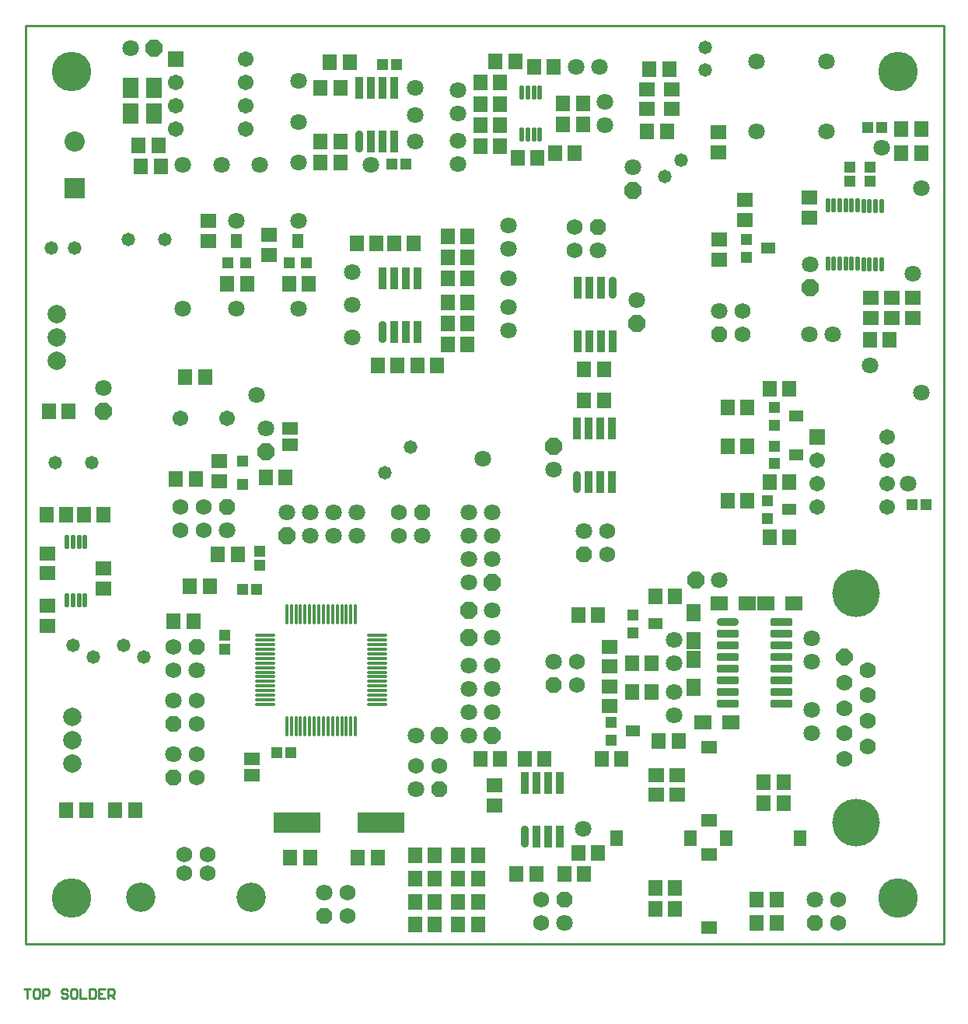
<source format=gts>
%FSAX24Y24*%
%MOIN*%
G70*
G01*
G75*
G04 Layer_Color=8388736*
%ADD10C,0.0100*%
%ADD11R,0.0630X0.0512*%
%ADD12R,0.0512X0.0630*%
%ADD13R,0.0400X0.0400*%
%ADD14R,0.0400X0.0400*%
%ADD15R,0.0532X0.0394*%
%ADD16R,0.0374X0.0394*%
G04:AMPARAMS|DCode=17|XSize=86.6mil|YSize=27.6mil|CornerRadius=6.9mil|HoleSize=0mil|Usage=FLASHONLY|Rotation=90.000|XOffset=0mil|YOffset=0mil|HoleType=Round|Shape=RoundedRectangle|*
%AMROUNDEDRECTD17*
21,1,0.0866,0.0138,0,0,90.0*
21,1,0.0728,0.0276,0,0,90.0*
1,1,0.0138,0.0069,0.0364*
1,1,0.0138,0.0069,-0.0364*
1,1,0.0138,-0.0069,-0.0364*
1,1,0.0138,-0.0069,0.0364*
%
%ADD17ROUNDEDRECTD17*%
%ADD18O,0.0276X0.0866*%
G04:AMPARAMS|DCode=19|XSize=59.1mil|YSize=15.7mil|CornerRadius=3.9mil|HoleSize=0mil|Usage=FLASHONLY|Rotation=270.000|XOffset=0mil|YOffset=0mil|HoleType=Round|Shape=RoundedRectangle|*
%AMROUNDEDRECTD19*
21,1,0.0591,0.0079,0,0,270.0*
21,1,0.0512,0.0157,0,0,270.0*
1,1,0.0079,-0.0039,-0.0256*
1,1,0.0079,-0.0039,0.0256*
1,1,0.0079,0.0039,0.0256*
1,1,0.0079,0.0039,-0.0256*
%
%ADD19ROUNDEDRECTD19*%
%ADD20R,0.0600X0.0470*%
%ADD21R,0.0472X0.0591*%
%ADD22R,0.0591X0.0472*%
%ADD23R,0.0600X0.0825*%
%ADD24R,0.0550X0.0650*%
%ADD25R,0.0650X0.0550*%
G04:AMPARAMS|DCode=26|XSize=10.2mil|YSize=82.7mil|CornerRadius=2.6mil|HoleSize=0mil|Usage=FLASHONLY|Rotation=270.000|XOffset=0mil|YOffset=0mil|HoleType=Round|Shape=RoundedRectangle|*
%AMROUNDEDRECTD26*
21,1,0.0102,0.0776,0,0,270.0*
21,1,0.0051,0.0827,0,0,270.0*
1,1,0.0051,-0.0388,-0.0026*
1,1,0.0051,-0.0388,0.0026*
1,1,0.0051,0.0388,0.0026*
1,1,0.0051,0.0388,-0.0026*
%
%ADD26ROUNDEDRECTD26*%
G04:AMPARAMS|DCode=27|XSize=10.2mil|YSize=82.7mil|CornerRadius=2.6mil|HoleSize=0mil|Usage=FLASHONLY|Rotation=0.000|XOffset=0mil|YOffset=0mil|HoleType=Round|Shape=RoundedRectangle|*
%AMROUNDEDRECTD27*
21,1,0.0102,0.0776,0,0,0.0*
21,1,0.0051,0.0827,0,0,0.0*
1,1,0.0051,0.0026,-0.0388*
1,1,0.0051,-0.0026,-0.0388*
1,1,0.0051,-0.0026,0.0388*
1,1,0.0051,0.0026,0.0388*
%
%ADD27ROUNDEDRECTD27*%
%ADD28R,0.0394X0.0394*%
%ADD29R,0.1969X0.0827*%
G04:AMPARAMS|DCode=30|XSize=86.6mil|YSize=27.6mil|CornerRadius=6.9mil|HoleSize=0mil|Usage=FLASHONLY|Rotation=0.000|XOffset=0mil|YOffset=0mil|HoleType=Round|Shape=RoundedRectangle|*
%AMROUNDEDRECTD30*
21,1,0.0866,0.0138,0,0,0.0*
21,1,0.0728,0.0276,0,0,0.0*
1,1,0.0138,0.0364,-0.0069*
1,1,0.0138,-0.0364,-0.0069*
1,1,0.0138,-0.0364,0.0069*
1,1,0.0138,0.0364,0.0069*
%
%ADD30ROUNDEDRECTD30*%
%ADD31O,0.0866X0.0276*%
%ADD32R,0.0394X0.0374*%
%ADD33R,0.0394X0.0532*%
%ADD34C,0.1000*%
%ADD35C,0.0400*%
%ADD36C,0.0500*%
%ADD37C,0.0250*%
%ADD38C,0.0300*%
%ADD39C,0.0200*%
%ADD40C,0.0600*%
%ADD41C,0.0150*%
%ADD42C,0.0180*%
%ADD43C,0.0650*%
%ADD44C,0.0800*%
%ADD45C,0.0700*%
%ADD46C,0.0450*%
%ADD47C,0.0550*%
%ADD48C,0.0350*%
%ADD49C,0.0110*%
%ADD50P,0.0682X8X22.5*%
%ADD51C,0.0630*%
%ADD52P,0.0671X8X292.5*%
%ADD53C,0.0620*%
%ADD54C,0.1967*%
%ADD55C,0.0500*%
%ADD56C,0.0591*%
%ADD57R,0.0591X0.0591*%
%ADD58P,0.0649X8X112.5*%
%ADD59C,0.0600*%
%ADD60C,0.0709*%
%ADD61P,0.0682X8X112.5*%
%ADD62C,0.0787*%
%ADD63R,0.0787X0.0787*%
%ADD64P,0.0649X8X202.5*%
%ADD65C,0.1614*%
%ADD66C,0.0610*%
%ADD67C,0.1181*%
%ADD68C,0.1181*%
%ADD69C,0.0450*%
%ADD70C,0.0160*%
%ADD71C,0.0080*%
%ADD72C,0.0090*%
%ADD73C,0.0120*%
%ADD74C,0.0079*%
%ADD75R,0.0710X0.0592*%
%ADD76R,0.0592X0.0710*%
%ADD77R,0.0480X0.0480*%
%ADD78R,0.0480X0.0480*%
%ADD79R,0.0612X0.0474*%
%ADD80R,0.0454X0.0474*%
G04:AMPARAMS|DCode=81|XSize=94.6mil|YSize=35.6mil|CornerRadius=8.9mil|HoleSize=0mil|Usage=FLASHONLY|Rotation=90.000|XOffset=0mil|YOffset=0mil|HoleType=Round|Shape=RoundedRectangle|*
%AMROUNDEDRECTD81*
21,1,0.0946,0.0178,0,0,90.0*
21,1,0.0768,0.0356,0,0,90.0*
1,1,0.0178,0.0089,0.0384*
1,1,0.0178,0.0089,-0.0384*
1,1,0.0178,-0.0089,-0.0384*
1,1,0.0178,-0.0089,0.0384*
%
%ADD81ROUNDEDRECTD81*%
%ADD82O,0.0356X0.0946*%
G04:AMPARAMS|DCode=83|XSize=62.6mil|YSize=19.2mil|CornerRadius=4.8mil|HoleSize=0mil|Usage=FLASHONLY|Rotation=270.000|XOffset=0mil|YOffset=0mil|HoleType=Round|Shape=RoundedRectangle|*
%AMROUNDEDRECTD83*
21,1,0.0626,0.0096,0,0,270.0*
21,1,0.0529,0.0192,0,0,270.0*
1,1,0.0096,-0.0048,-0.0265*
1,1,0.0096,-0.0048,0.0265*
1,1,0.0096,0.0048,0.0265*
1,1,0.0096,0.0048,-0.0265*
%
%ADD83ROUNDEDRECTD83*%
%ADD84R,0.0680X0.0550*%
%ADD85R,0.0552X0.0671*%
%ADD86R,0.0671X0.0552*%
%ADD87R,0.0680X0.0905*%
%ADD88R,0.0630X0.0730*%
G04:AMPARAMS|DCode=89|XSize=62.1mil|YSize=18.7mil|CornerRadius=4.7mil|HoleSize=0mil|Usage=FLASHONLY|Rotation=270.000|XOffset=0mil|YOffset=0mil|HoleType=Round|Shape=RoundedRectangle|*
%AMROUNDEDRECTD89*
21,1,0.0621,0.0094,0,0,270.0*
21,1,0.0527,0.0187,0,0,270.0*
1,1,0.0094,-0.0047,-0.0263*
1,1,0.0094,-0.0047,0.0263*
1,1,0.0094,0.0047,0.0263*
1,1,0.0094,0.0047,-0.0263*
%
%ADD89ROUNDEDRECTD89*%
%ADD90R,0.0730X0.0630*%
G04:AMPARAMS|DCode=91|XSize=13.2mil|YSize=85.7mil|CornerRadius=3.3mil|HoleSize=0mil|Usage=FLASHONLY|Rotation=270.000|XOffset=0mil|YOffset=0mil|HoleType=Round|Shape=RoundedRectangle|*
%AMROUNDEDRECTD91*
21,1,0.0132,0.0791,0,0,270.0*
21,1,0.0066,0.0857,0,0,270.0*
1,1,0.0066,-0.0395,-0.0033*
1,1,0.0066,-0.0395,0.0033*
1,1,0.0066,0.0395,0.0033*
1,1,0.0066,0.0395,-0.0033*
%
%ADD91ROUNDEDRECTD91*%
G04:AMPARAMS|DCode=92|XSize=13.2mil|YSize=85.7mil|CornerRadius=3.3mil|HoleSize=0mil|Usage=FLASHONLY|Rotation=0.000|XOffset=0mil|YOffset=0mil|HoleType=Round|Shape=RoundedRectangle|*
%AMROUNDEDRECTD92*
21,1,0.0132,0.0791,0,0,0.0*
21,1,0.0066,0.0857,0,0,0.0*
1,1,0.0066,0.0033,-0.0395*
1,1,0.0066,-0.0033,-0.0395*
1,1,0.0066,-0.0033,0.0395*
1,1,0.0066,0.0033,0.0395*
%
%ADD92ROUNDEDRECTD92*%
%ADD93R,0.0474X0.0474*%
%ADD94R,0.2049X0.0907*%
G04:AMPARAMS|DCode=95|XSize=94.6mil|YSize=35.6mil|CornerRadius=8.9mil|HoleSize=0mil|Usage=FLASHONLY|Rotation=0.000|XOffset=0mil|YOffset=0mil|HoleType=Round|Shape=RoundedRectangle|*
%AMROUNDEDRECTD95*
21,1,0.0946,0.0178,0,0,0.0*
21,1,0.0768,0.0356,0,0,0.0*
1,1,0.0178,0.0384,-0.0089*
1,1,0.0178,-0.0384,-0.0089*
1,1,0.0178,-0.0384,0.0089*
1,1,0.0178,0.0384,0.0089*
%
%ADD95ROUNDEDRECTD95*%
%ADD96O,0.0946X0.0356*%
%ADD97R,0.0474X0.0454*%
%ADD98R,0.0474X0.0612*%
%ADD99P,0.0768X8X22.5*%
%ADD100C,0.0710*%
%ADD101P,0.0758X8X292.5*%
%ADD102C,0.0700*%
%ADD103C,0.2047*%
%ADD104C,0.0580*%
%ADD105C,0.0671*%
%ADD106R,0.0671X0.0671*%
%ADD107P,0.0736X8X112.5*%
%ADD108C,0.0680*%
%ADD109C,0.0789*%
%ADD110P,0.0768X8X112.5*%
%ADD111C,0.0867*%
%ADD112R,0.0867X0.0867*%
%ADD113P,0.0736X8X202.5*%
%ADD114C,0.1694*%
%ADD115C,0.0690*%
%ADD116C,0.1261*%
%ADD117C,0.1261*%
D10*
X019570Y015680D02*
Y055050D01*
X058940Y015680D02*
Y055050D01*
X019570D02*
X058940D01*
X019570Y015680D02*
X058940D01*
D49*
X019520Y013750D02*
X019787D01*
X019653D01*
Y013350D01*
X020120Y013750D02*
X019987D01*
X019920Y013683D01*
Y013417D01*
X019987Y013350D01*
X020120D01*
X020186Y013417D01*
Y013683D01*
X020120Y013750D01*
X020320Y013350D02*
Y013750D01*
X020520D01*
X020586Y013683D01*
Y013550D01*
X020520Y013483D01*
X020320D01*
X021386Y013683D02*
X021319Y013750D01*
X021186D01*
X021119Y013683D01*
Y013617D01*
X021186Y013550D01*
X021319D01*
X021386Y013483D01*
Y013417D01*
X021319Y013350D01*
X021186D01*
X021119Y013417D01*
X021719Y013750D02*
X021586D01*
X021519Y013683D01*
Y013417D01*
X021586Y013350D01*
X021719D01*
X021786Y013417D01*
Y013683D01*
X021719Y013750D01*
X021919D02*
Y013350D01*
X022186D01*
X022319Y013750D02*
Y013350D01*
X022519D01*
X022586Y013417D01*
Y013683D01*
X022519Y013750D01*
X022319D01*
X022986D02*
X022719D01*
Y013350D01*
X022986D01*
X022719Y013550D02*
X022852D01*
X023119Y013350D02*
Y013750D01*
X023319D01*
X023385Y013683D01*
Y013550D01*
X023319Y013483D01*
X023119D01*
X023252D02*
X023385Y013350D01*
D75*
X049270Y050480D02*
D03*
Y049630D02*
D03*
X046220Y051480D02*
D03*
Y052330D02*
D03*
X027870Y035530D02*
D03*
Y036380D02*
D03*
X022920Y030930D02*
D03*
Y031780D02*
D03*
X044620Y026730D02*
D03*
Y025880D02*
D03*
X027420Y045830D02*
D03*
Y046680D02*
D03*
X020520Y032430D02*
D03*
Y031580D02*
D03*
Y030180D02*
D03*
Y029330D02*
D03*
X047270Y051480D02*
D03*
Y052330D02*
D03*
X056720Y043380D02*
D03*
Y042530D02*
D03*
X047520Y022080D02*
D03*
Y022930D02*
D03*
X046620Y022080D02*
D03*
Y022930D02*
D03*
X039670Y021630D02*
D03*
Y022480D02*
D03*
X044620Y027580D02*
D03*
Y028430D02*
D03*
X053170Y047680D02*
D03*
Y046830D02*
D03*
X057620Y042530D02*
D03*
Y043380D02*
D03*
X055820D02*
D03*
Y042530D02*
D03*
X049320Y045030D02*
D03*
Y045880D02*
D03*
X050420Y046730D02*
D03*
Y047580D02*
D03*
X030020Y045230D02*
D03*
Y046080D02*
D03*
D76*
X025370Y049030D02*
D03*
X024520D02*
D03*
X025270Y049930D02*
D03*
X024420D02*
D03*
X047170Y053180D02*
D03*
X046320D02*
D03*
X047070Y050530D02*
D03*
X046220D02*
D03*
X049670Y037030D02*
D03*
X050520D02*
D03*
X049670Y038680D02*
D03*
X050520D02*
D03*
X052320Y039480D02*
D03*
X051470D02*
D03*
X055770Y041580D02*
D03*
X056620D02*
D03*
X032620Y053480D02*
D03*
X033470D02*
D03*
X032220Y049180D02*
D03*
X033070D02*
D03*
Y052380D02*
D03*
X032220D02*
D03*
X039070Y051680D02*
D03*
X039920D02*
D03*
X041370Y053280D02*
D03*
X042220D02*
D03*
X039720Y053530D02*
D03*
X040570D02*
D03*
X043120Y049580D02*
D03*
X042270D02*
D03*
X043470Y051730D02*
D03*
X042620D02*
D03*
X041520Y049380D02*
D03*
X040670D02*
D03*
X042620Y050830D02*
D03*
X043470D02*
D03*
X039920Y049880D02*
D03*
X039070D02*
D03*
X039920Y050780D02*
D03*
X039070D02*
D03*
Y052630D02*
D03*
X039920D02*
D03*
X026020Y035630D02*
D03*
X026870D02*
D03*
X027470Y031030D02*
D03*
X026620D02*
D03*
X027820Y032380D02*
D03*
X028670D02*
D03*
X027270Y039980D02*
D03*
X026420D02*
D03*
X024270Y021430D02*
D03*
X023420D02*
D03*
X022920Y034080D02*
D03*
X022070D02*
D03*
X021320D02*
D03*
X020470D02*
D03*
X044270Y023630D02*
D03*
X045120D02*
D03*
X046420Y026480D02*
D03*
X045570D02*
D03*
X029070Y043980D02*
D03*
X028220D02*
D03*
X036270Y016530D02*
D03*
X037120D02*
D03*
X020570Y038530D02*
D03*
X021420D02*
D03*
X057970Y049580D02*
D03*
X057120D02*
D03*
X057970Y050630D02*
D03*
X057120D02*
D03*
X047420Y018080D02*
D03*
X046570D02*
D03*
X052070Y021730D02*
D03*
X051220D02*
D03*
X052070Y022630D02*
D03*
X051220D02*
D03*
X047420Y017180D02*
D03*
X046570D02*
D03*
X051770Y017580D02*
D03*
X050920D02*
D03*
X051770Y016580D02*
D03*
X050920D02*
D03*
X046720Y024380D02*
D03*
X047570D02*
D03*
X030920Y019380D02*
D03*
X031770D02*
D03*
X034670D02*
D03*
X033820D02*
D03*
X022170Y021430D02*
D03*
X021320D02*
D03*
X038970Y018480D02*
D03*
X038120D02*
D03*
X038970Y016530D02*
D03*
X038120D02*
D03*
X036270Y017480D02*
D03*
X037120D02*
D03*
X038120D02*
D03*
X038970D02*
D03*
X038120Y019480D02*
D03*
X038970D02*
D03*
X036270Y018480D02*
D03*
X037120D02*
D03*
X036270Y019480D02*
D03*
X037120D02*
D03*
X039070Y023630D02*
D03*
X039920D02*
D03*
X041820D02*
D03*
X040970D02*
D03*
X042670Y018680D02*
D03*
X043520D02*
D03*
X043270Y019580D02*
D03*
X044120D02*
D03*
X041470Y018680D02*
D03*
X040620D02*
D03*
X025920Y029530D02*
D03*
X026770D02*
D03*
X029870Y035680D02*
D03*
X030720D02*
D03*
X046420Y027730D02*
D03*
X045570D02*
D03*
X046570Y030580D02*
D03*
X047420D02*
D03*
X043270Y029780D02*
D03*
X044120D02*
D03*
X033070Y050080D02*
D03*
X032220D02*
D03*
X049670Y034680D02*
D03*
X050520D02*
D03*
X052320Y033130D02*
D03*
X051470D02*
D03*
X052320Y035480D02*
D03*
X051470D02*
D03*
X044370Y040330D02*
D03*
X043520D02*
D03*
Y038980D02*
D03*
X044370D02*
D03*
X038520Y044230D02*
D03*
X037670D02*
D03*
X038520Y045130D02*
D03*
X037670D02*
D03*
X038520Y046030D02*
D03*
X037670D02*
D03*
X036220Y045730D02*
D03*
X035370D02*
D03*
X034620D02*
D03*
X033770D02*
D03*
X036370Y040480D02*
D03*
X037220D02*
D03*
X038520Y041380D02*
D03*
X037670D02*
D03*
X038520Y042280D02*
D03*
X037670D02*
D03*
X038520Y043180D02*
D03*
X037670D02*
D03*
X035520Y040480D02*
D03*
X034670D02*
D03*
X031720Y043980D02*
D03*
X030870D02*
D03*
D77*
X035870Y049130D02*
D03*
X035270D02*
D03*
X058170Y034530D02*
D03*
X057570D02*
D03*
X030953Y023883D02*
D03*
X030353D02*
D03*
X056270Y050680D02*
D03*
X055670D02*
D03*
X028870Y030880D02*
D03*
X029470D02*
D03*
X034870Y053380D02*
D03*
X035470D02*
D03*
D78*
X028120Y028330D02*
D03*
Y028930D02*
D03*
X054920Y048380D02*
D03*
Y048980D02*
D03*
X055770Y048380D02*
D03*
Y048980D02*
D03*
X029620Y032530D02*
D03*
Y031930D02*
D03*
D79*
X051415Y045505D02*
D03*
X052615Y038305D02*
D03*
X046565Y029405D02*
D03*
X045615Y024805D02*
D03*
X052315Y034305D02*
D03*
X052615Y036655D02*
D03*
D80*
X050470Y045130D02*
D03*
Y045880D02*
D03*
X051670Y037930D02*
D03*
Y038680D02*
D03*
X045620Y029030D02*
D03*
Y029780D02*
D03*
X044670Y024430D02*
D03*
Y025180D02*
D03*
X051370Y033930D02*
D03*
Y034680D02*
D03*
X051670Y036280D02*
D03*
Y037030D02*
D03*
D81*
X035370Y052380D02*
D03*
X034370Y050080D02*
D03*
X034870D02*
D03*
X035370D02*
D03*
X033870Y052380D02*
D03*
X034370D02*
D03*
X034870D02*
D03*
X041970Y022580D02*
D03*
X041470D02*
D03*
X040970D02*
D03*
X042470Y020280D02*
D03*
X041970D02*
D03*
X041470D02*
D03*
X042470Y022580D02*
D03*
X044720Y037780D02*
D03*
X043720Y035480D02*
D03*
X044220D02*
D03*
X044720D02*
D03*
X043220Y037780D02*
D03*
X043720D02*
D03*
X044220D02*
D03*
X043250Y041530D02*
D03*
X044250Y043830D02*
D03*
X043750D02*
D03*
X043250D02*
D03*
X044750Y041530D02*
D03*
X044250D02*
D03*
X043750D02*
D03*
X036370Y044230D02*
D03*
X035370Y041930D02*
D03*
X035870D02*
D03*
X036370D02*
D03*
X034870Y044230D02*
D03*
X035370D02*
D03*
X035870D02*
D03*
D82*
X033870Y050080D02*
D03*
X040970Y020280D02*
D03*
X043220Y035480D02*
D03*
X044750Y043830D02*
D03*
X034870Y041930D02*
D03*
D83*
X041620Y052180D02*
D03*
X041364D02*
D03*
X041108D02*
D03*
X040852D02*
D03*
Y050380D02*
D03*
X041108D02*
D03*
X041364D02*
D03*
X041620D02*
D03*
D84*
X030920Y037780D02*
D03*
Y037080D02*
D03*
X029270Y023630D02*
D03*
Y022930D02*
D03*
D85*
X044920Y020230D02*
D03*
X048070D02*
D03*
X052770D02*
D03*
X049620D02*
D03*
D86*
X048870Y024130D02*
D03*
Y020980D02*
D03*
Y019530D02*
D03*
Y016380D02*
D03*
D87*
X024070Y051280D02*
D03*
Y052380D02*
D03*
X025070Y051280D02*
D03*
Y052380D02*
D03*
D88*
X048220Y027880D02*
D03*
Y026680D02*
D03*
Y028680D02*
D03*
Y029880D02*
D03*
D89*
X022120Y032930D02*
D03*
X021864D02*
D03*
X021608D02*
D03*
X021352D02*
D03*
Y030430D02*
D03*
X021608D02*
D03*
X021864D02*
D03*
X022120D02*
D03*
X054735Y044850D02*
D03*
X054479D02*
D03*
X054223D02*
D03*
X053967D02*
D03*
Y047350D02*
D03*
X054223D02*
D03*
X054479D02*
D03*
X054735D02*
D03*
X055246Y044840D02*
D03*
X054990D02*
D03*
Y047340D02*
D03*
X055246D02*
D03*
X056270Y044830D02*
D03*
X056014D02*
D03*
X055758D02*
D03*
X055502D02*
D03*
Y047330D02*
D03*
X055758D02*
D03*
X056014D02*
D03*
X056270D02*
D03*
D90*
X049820Y025180D02*
D03*
X048620D02*
D03*
X050520Y030280D02*
D03*
X049320D02*
D03*
X051320D02*
D03*
X052520D02*
D03*
D91*
X034645Y028905D02*
D03*
Y028708D02*
D03*
Y028511D02*
D03*
Y028314D02*
D03*
Y028117D02*
D03*
Y027921D02*
D03*
Y027724D02*
D03*
Y027527D02*
D03*
Y027330D02*
D03*
Y027133D02*
D03*
Y026936D02*
D03*
Y026739D02*
D03*
Y026543D02*
D03*
Y026346D02*
D03*
Y026149D02*
D03*
Y025952D02*
D03*
X029842D02*
D03*
Y026149D02*
D03*
Y026346D02*
D03*
Y026543D02*
D03*
Y026739D02*
D03*
Y026936D02*
D03*
Y027133D02*
D03*
Y027330D02*
D03*
Y027527D02*
D03*
Y027724D02*
D03*
Y027921D02*
D03*
Y028117D02*
D03*
Y028314D02*
D03*
Y028511D02*
D03*
Y028708D02*
D03*
Y028905D02*
D03*
D92*
X033720Y025027D02*
D03*
X033523D02*
D03*
X033326D02*
D03*
X033129D02*
D03*
X032933D02*
D03*
X032736D02*
D03*
X032539D02*
D03*
X032342D02*
D03*
X032145D02*
D03*
X031948D02*
D03*
X031751D02*
D03*
X031555D02*
D03*
X031358D02*
D03*
X031161D02*
D03*
X030964D02*
D03*
X030767D02*
D03*
Y029830D02*
D03*
X030964D02*
D03*
X031161D02*
D03*
X031358D02*
D03*
X031555D02*
D03*
X031751D02*
D03*
X031948D02*
D03*
X032145D02*
D03*
X032342D02*
D03*
X032539D02*
D03*
X032736D02*
D03*
X032933D02*
D03*
X033129D02*
D03*
X033326D02*
D03*
X033523D02*
D03*
X033720D02*
D03*
D93*
X028870Y036380D02*
D03*
Y035380D02*
D03*
D94*
X031198Y020880D02*
D03*
X034820D02*
D03*
D95*
X051970Y028480D02*
D03*
Y028980D02*
D03*
Y029480D02*
D03*
X049670Y027980D02*
D03*
Y028480D02*
D03*
Y028980D02*
D03*
Y027480D02*
D03*
Y026980D02*
D03*
Y026480D02*
D03*
X051970Y027980D02*
D03*
Y026980D02*
D03*
Y027480D02*
D03*
Y026480D02*
D03*
X049670Y025980D02*
D03*
X051970D02*
D03*
D96*
X049670Y029480D02*
D03*
D97*
X028250Y044870D02*
D03*
X029000D02*
D03*
X030870Y044880D02*
D03*
X031620D02*
D03*
D98*
X028625Y045815D02*
D03*
X031245Y045825D02*
D03*
D99*
X038570Y029980D02*
D03*
X037320Y024630D02*
D03*
X038570Y028830D02*
D03*
X025070Y054080D02*
D03*
X030770Y033180D02*
D03*
X048320Y031280D02*
D03*
D100*
X039570Y029980D02*
D03*
X053920Y053530D02*
D03*
Y050530D02*
D03*
X050920Y053530D02*
D03*
Y050530D02*
D03*
X034370Y049080D02*
D03*
X044420Y051780D02*
D03*
Y050780D02*
D03*
X043170Y053280D02*
D03*
X038120Y049130D02*
D03*
X031270Y049180D02*
D03*
Y052680D02*
D03*
X038120Y051280D02*
D03*
Y050130D02*
D03*
Y052280D02*
D03*
X036270Y052380D02*
D03*
Y050080D02*
D03*
X047370Y025480D02*
D03*
Y026480D02*
D03*
Y027730D02*
D03*
Y028730D02*
D03*
X053270Y025730D02*
D03*
Y024730D02*
D03*
Y027780D02*
D03*
Y028780D02*
D03*
X043470Y020630D02*
D03*
X056270Y049830D02*
D03*
X028620Y046680D02*
D03*
X029470Y039230D02*
D03*
X027970Y049080D02*
D03*
X029620D02*
D03*
X036320Y024630D02*
D03*
Y022330D02*
D03*
X022920Y039530D02*
D03*
X039570Y028830D02*
D03*
X038570Y024630D02*
D03*
X039570Y025630D02*
D03*
X038570D02*
D03*
Y026630D02*
D03*
Y027630D02*
D03*
X039570D02*
D03*
Y026630D02*
D03*
Y033180D02*
D03*
Y034180D02*
D03*
X038570D02*
D03*
Y033180D02*
D03*
Y032180D02*
D03*
X039570D02*
D03*
X038570Y031180D02*
D03*
X024070Y054080D02*
D03*
X028220Y033430D02*
D03*
X042670Y016580D02*
D03*
X053420Y017580D02*
D03*
X042220Y027780D02*
D03*
X025920Y026130D02*
D03*
Y023830D02*
D03*
X032370Y017880D02*
D03*
X030770Y034180D02*
D03*
X031770Y033180D02*
D03*
Y034180D02*
D03*
X032770D02*
D03*
X033770D02*
D03*
Y033180D02*
D03*
X032770D02*
D03*
X057420Y035430D02*
D03*
X049320Y031280D02*
D03*
X057970Y048080D02*
D03*
X054170Y041830D02*
D03*
X053170D02*
D03*
X055770Y040480D02*
D03*
X057620Y044430D02*
D03*
X053220Y044830D02*
D03*
X049320Y042830D02*
D03*
X045620Y048980D02*
D03*
X029870Y037780D02*
D03*
X028620Y042930D02*
D03*
X026320Y049080D02*
D03*
X044170Y053280D02*
D03*
X036270Y051230D02*
D03*
X031270Y050930D02*
D03*
X043520Y033380D02*
D03*
X044120Y045430D02*
D03*
X042220Y036030D02*
D03*
X045770Y043280D02*
D03*
X033570Y043080D02*
D03*
X040270Y045480D02*
D03*
X033570Y044480D02*
D03*
X040270Y046480D02*
D03*
Y044230D02*
D03*
Y041980D02*
D03*
X033570Y041680D02*
D03*
X040270Y042980D02*
D03*
X031270Y042930D02*
D03*
Y046680D02*
D03*
X039170Y036480D02*
D03*
X026920Y027430D02*
D03*
X036570Y033180D02*
D03*
X026320Y042930D02*
D03*
X057970Y039330D02*
D03*
D101*
X054670Y027980D02*
D03*
D102*
Y026888D02*
D03*
Y025797D02*
D03*
Y024705D02*
D03*
Y023613D02*
D03*
X055670Y027430D02*
D03*
Y026338D02*
D03*
Y025247D02*
D03*
Y024155D02*
D03*
D103*
X055170Y030722D02*
D03*
Y020880D02*
D03*
D104*
X023970Y045880D02*
D03*
X025545D02*
D03*
X034977Y035873D02*
D03*
X036091Y036986D02*
D03*
X048720Y053146D02*
D03*
Y054130D02*
D03*
X047666Y049276D02*
D03*
X046970Y048580D02*
D03*
X023778Y028482D02*
D03*
X024630Y027990D02*
D03*
X022472Y027988D02*
D03*
X021620Y028480D02*
D03*
X022420Y036330D02*
D03*
X020845D02*
D03*
X021670Y045530D02*
D03*
X020686D02*
D03*
D105*
X053520Y036430D02*
D03*
Y035430D02*
D03*
Y034430D02*
D03*
X056520D02*
D03*
Y035430D02*
D03*
Y036430D02*
D03*
Y037430D02*
D03*
X026220Y038230D02*
D03*
X028220D02*
D03*
X029020Y053630D02*
D03*
Y052630D02*
D03*
Y051630D02*
D03*
Y050630D02*
D03*
X026020D02*
D03*
Y051630D02*
D03*
Y052630D02*
D03*
D106*
X053520Y037430D02*
D03*
X026020Y053630D02*
D03*
D107*
X037320Y022330D02*
D03*
D108*
Y023330D02*
D03*
X036320D02*
D03*
X026220Y033430D02*
D03*
Y034430D02*
D03*
X027220Y033430D02*
D03*
Y034430D02*
D03*
X041670Y017580D02*
D03*
Y016580D02*
D03*
X054420D02*
D03*
Y017580D02*
D03*
X043220Y027780D02*
D03*
Y026780D02*
D03*
X026920Y025130D02*
D03*
Y026130D02*
D03*
Y022830D02*
D03*
Y023830D02*
D03*
X033370Y016880D02*
D03*
Y017880D02*
D03*
X050320Y042830D02*
D03*
Y041830D02*
D03*
X044520Y033380D02*
D03*
Y032380D02*
D03*
X043120Y045430D02*
D03*
Y046430D02*
D03*
X025920Y028430D02*
D03*
Y027430D02*
D03*
X035570Y034180D02*
D03*
Y033180D02*
D03*
D109*
X021570Y025430D02*
D03*
Y024430D02*
D03*
Y023430D02*
D03*
X020920Y040680D02*
D03*
Y041680D02*
D03*
Y042680D02*
D03*
D110*
X022920Y038530D02*
D03*
X039570Y024630D02*
D03*
Y031180D02*
D03*
X053220Y043830D02*
D03*
X045620Y047980D02*
D03*
X029870Y036780D02*
D03*
X042220Y037030D02*
D03*
X045770Y042280D02*
D03*
D111*
X021670Y050080D02*
D03*
D112*
Y048080D02*
D03*
D113*
X028220Y034430D02*
D03*
X042670Y017580D02*
D03*
X053420Y016580D02*
D03*
X042220Y026780D02*
D03*
X025920Y025130D02*
D03*
Y022830D02*
D03*
X032370Y016880D02*
D03*
X049320Y041830D02*
D03*
X043520Y032380D02*
D03*
X044120Y046430D02*
D03*
X026920Y028430D02*
D03*
X036570Y034180D02*
D03*
D114*
X021539Y017649D02*
D03*
X056972Y053082D02*
D03*
X021539D02*
D03*
X056972Y017649D02*
D03*
D115*
X027370Y019530D02*
D03*
X026370D02*
D03*
Y018730D02*
D03*
X027370D02*
D03*
D116*
X024508Y017676D02*
D03*
D117*
X029248Y017676D02*
D03*
M02*

</source>
